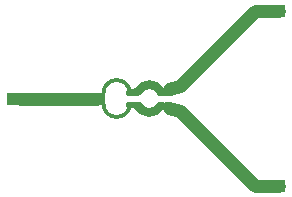
<source format=gbr>
%TF.GenerationSoftware,KiCad,Pcbnew,9.0.4*%
%TF.CreationDate,2025-10-05T18:40:54-07:00*%
%TF.ProjectId,Wilkinson PD,57696c6b-696e-4736-9f6e-2050442e6b69,rev?*%
%TF.SameCoordinates,Original*%
%TF.FileFunction,Copper,L1,Top*%
%TF.FilePolarity,Positive*%
%FSLAX46Y46*%
G04 Gerber Fmt 4.6, Leading zero omitted, Abs format (unit mm)*
G04 Created by KiCad (PCBNEW 9.0.4) date 2025-10-05 18:40:54*
%MOMM*%
%LPD*%
G01*
G04 APERTURE LIST*
G04 Aperture macros list*
%AMRoundRect*
0 Rectangle with rounded corners*
0 $1 Rounding radius*
0 $2 $3 $4 $5 $6 $7 $8 $9 X,Y pos of 4 corners*
0 Add a 4 corners polygon primitive as box body*
4,1,4,$2,$3,$4,$5,$6,$7,$8,$9,$2,$3,0*
0 Add four circle primitives for the rounded corners*
1,1,$1+$1,$2,$3*
1,1,$1+$1,$4,$5*
1,1,$1+$1,$6,$7*
1,1,$1+$1,$8,$9*
0 Add four rect primitives between the rounded corners*
20,1,$1+$1,$2,$3,$4,$5,0*
20,1,$1+$1,$4,$5,$6,$7,0*
20,1,$1+$1,$6,$7,$8,$9,0*
20,1,$1+$1,$8,$9,$2,$3,0*%
G04 Aperture macros list end*
%TA.AperFunction,EtchedComponent*%
%ADD10C,0.540004*%
%TD*%
%TA.AperFunction,EtchedComponent*%
%ADD11C,1.066800*%
%TD*%
%TA.AperFunction,EtchedComponent*%
%ADD12C,0.200000*%
%TD*%
%TA.AperFunction,EtchedComponent*%
%ADD13C,0.367792*%
%TD*%
%TA.AperFunction,EtchedComponent*%
%ADD14C,0.774446*%
%TD*%
%TA.AperFunction,SMDPad,CuDef*%
%ADD15R,1.066800X1.066800*%
%TD*%
%TA.AperFunction,SMDPad,CuDef*%
%ADD16C,1.066800*%
%TD*%
%TA.AperFunction,SMDPad,CuDef*%
%ADD17RoundRect,0.135001X-0.185039X-0.135001X0.185039X-0.135001X0.185039X0.135001X-0.185039X0.135001X0*%
%TD*%
%TA.AperFunction,SMDPad,CuDef*%
%ADD18R,1.064260X1.064260*%
%TD*%
%TA.AperFunction,Conductor*%
%ADD19C,1.066800*%
%TD*%
G04 APERTURE END LIST*
D10*
%TO.C,WPD1*%
X171145200Y-83786980D02*
X171927202Y-83814920D01*
X171145200Y-84853780D02*
X171881800Y-84828380D01*
D11*
X174555245Y-83536625D02*
X175471995Y-83239775D01*
X174555245Y-85104135D02*
X175471995Y-85400985D01*
D12*
X173857040Y-83543140D02*
X174437040Y-83543140D01*
X174437040Y-83949540D01*
X173857040Y-83949540D01*
X173857040Y-83543140D01*
%TA.AperFunction,EtchedComponent*%
G36*
X173857040Y-83543140D02*
G01*
X174437040Y-83543140D01*
X174437040Y-83949540D01*
X173857040Y-83949540D01*
X173857040Y-83543140D01*
G37*
%TD.AperFunction*%
X174167800Y-84655660D02*
X174726600Y-84655660D01*
X174726600Y-85062060D01*
X174167800Y-85062060D01*
X174167800Y-84655660D01*
%TA.AperFunction,EtchedComponent*%
G36*
X174167800Y-84655660D02*
G01*
X174726600Y-84655660D01*
X174726600Y-85062060D01*
X174167800Y-85062060D01*
X174167800Y-84655660D01*
G37*
%TD.AperFunction*%
X174183040Y-83581240D02*
X174741840Y-83581240D01*
X174741840Y-83987640D01*
X174183040Y-83987640D01*
X174183040Y-83581240D01*
%TA.AperFunction,EtchedComponent*%
G36*
X174183040Y-83581240D02*
G01*
X174741840Y-83581240D01*
X174741840Y-83987640D01*
X174183040Y-83987640D01*
X174183040Y-83581240D01*
G37*
%TD.AperFunction*%
D13*
X168987320Y-83863180D02*
G75*
G02*
X171196002Y-83863180I1104341J0D01*
G01*
X171196000Y-84777580D02*
G75*
G02*
X168987322Y-84777580I-1104339J0D01*
G01*
D14*
X171903263Y-83693127D02*
G75*
G02*
X173823492Y-83693126I960115J-554322D01*
G01*
X173823493Y-84947633D02*
G75*
G02*
X171903267Y-84947632I-960113J554323D01*
G01*
%TD*%
D15*
%TO.P,WPD1,1,In*%
%TO.N,Net-(U3-port1)*%
X168639086Y-84320380D03*
D16*
%TO.P,WPD1,2,PD1*%
%TO.N,Net-(U2-port2)*%
X175463200Y-83253580D03*
%TO.P,WPD1,3,PD2*%
%TO.N,Net-(U1-port3)*%
X175463200Y-85387180D03*
D17*
%TO.P,WPD1,4,R1*%
%TO.N,unconnected-(WPD1-R1-Pad4)*%
X171196000Y-83810348D03*
%TO.P,WPD1,5,R1*%
%TO.N,unconnected-(WPD1-R1-Pad5)*%
X171196000Y-84830412D03*
%TO.P,WPD1,6,R2*%
%TO.N,unconnected-(WPD1-R2-Pad6)*%
X173823493Y-83810348D03*
%TO.P,WPD1,7,R2*%
%TO.N,unconnected-(WPD1-R2-Pad7)*%
X173823493Y-84830412D03*
%TD*%
D18*
%TO.P,U3,1,port1*%
%TO.N,Net-(U3-port1)*%
X161337934Y-84320000D03*
%TD*%
%TO.P,U2,1,port2*%
%TO.N,Net-(U2-port2)*%
X183828595Y-76915175D03*
%TD*%
%TO.P,U1,1,port3*%
%TO.N,Net-(U1-port3)*%
X183828595Y-91725585D03*
%TD*%
D19*
%TO.N,Net-(U3-port1)*%
X168450000Y-84320000D02*
X161896767Y-84320000D01*
%TO.N,Net-(U1-port3)*%
X175471995Y-85400985D02*
X181796595Y-91725585D01*
X181796595Y-91725585D02*
X183828595Y-91725585D01*
%TO.N,Net-(U2-port2)*%
X175471995Y-83239775D02*
X181796595Y-76915175D01*
X181796595Y-76915175D02*
X183828595Y-76915175D01*
%TD*%
M02*

</source>
